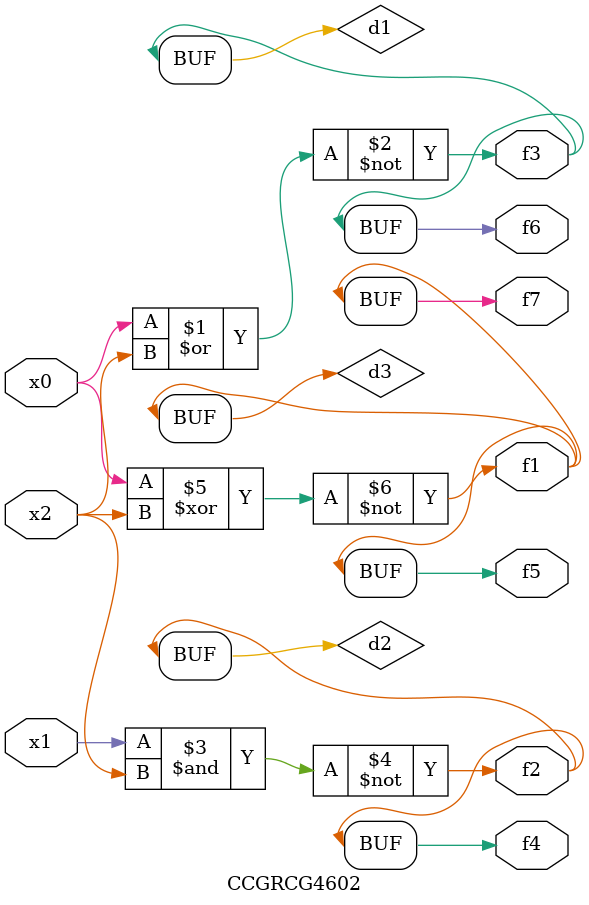
<source format=v>
module CCGRCG4602(
	input x0, x1, x2,
	output f1, f2, f3, f4, f5, f6, f7
);

	wire d1, d2, d3;

	nor (d1, x0, x2);
	nand (d2, x1, x2);
	xnor (d3, x0, x2);
	assign f1 = d3;
	assign f2 = d2;
	assign f3 = d1;
	assign f4 = d2;
	assign f5 = d3;
	assign f6 = d1;
	assign f7 = d3;
endmodule

</source>
